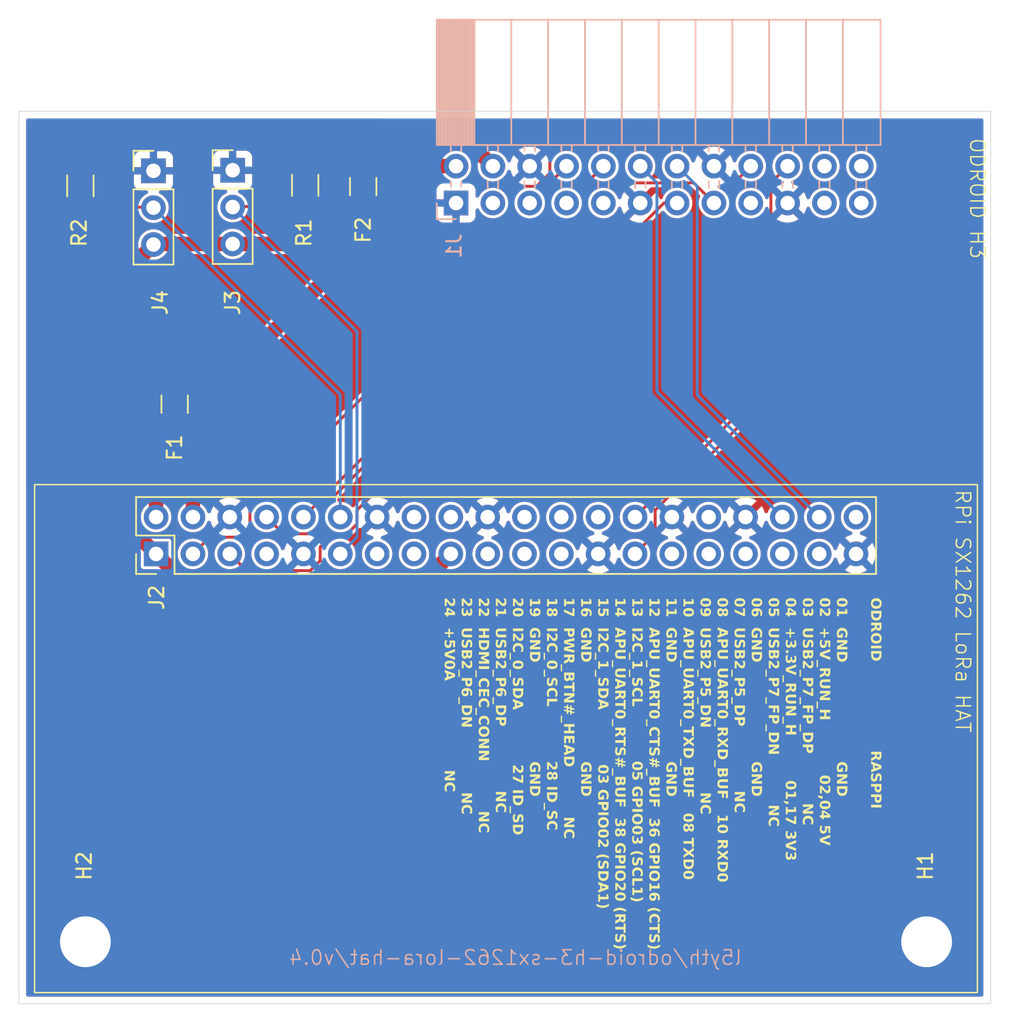
<source format=kicad_pcb>
(kicad_pcb (version 20241229) (generator "pcbnew") (generator_version "9.0")
  (title_block (title "odroid-h3-sx1268-lora-hat") (date "2025-09-30") (rev "v0.5") (company "l5yth"))
  (layers (0 "F.Cu" signal) (2 "B.Cu" signal) (13 "F.Paste" user) (15 "B.Paste" user) (5 "F.SilkS" user "F.Silkscreen") (7 "B.SilkS" user "B.Silkscreen") (1 "F.Mask" user) (3 "B.Mask" user) (25 "Edge.Cuts" user))
  (net 0 "")
  (net 1 "/GND")
  (net 5 "/3V_RUN_H")
  (net 6 "/I2C1_SDA")
  (net 7 "/UART0_RXD")
  (net 8 "/I2C0_SCL")
  (net 9 "/UART0_CTS")
  (net 10 "/5V_RUN_H")
  (net 12 "/I2C0_SDA")
  (net 18 "/UART0_TXD")
  (net 37 "/I2C1_SCL")
  (net 38 "/UART0_RTS")
  (net 39 "/GPIO_M0")
  (net 40 "/GPIO_M1")
  (footprint "MountingHole:MountingHole_3.5mm_Pad" (layer "F.Cu") (at 236.846 148.041593 180)
    (property "Reference" "H1" (at 0.085 5.225 90) (layer "F.SilkS"))
    (property "Value" "MOUNT_SX1268")
    (pad "1" thru_hole circle (at 0 0 180) (size 7 7) (drill 3.5) (layers "*.Cu" "*.Mask") (net 1 "/GND"))
  )
  (footprint "Connector_PinHeader_2.54mm:PinHeader_1x03_P2.54mm_Vertical" (layer "F.Cu") (at 183.54 94.92)
    (property "Reference" "J4" (at 0.46 9.08 90) (layer "F.SilkS"))
    (property "Value" "Mode1")
    (fp_line (start -1.38 -1.38) (end 0 -1.38) (stroke (width 0.12)) (layer "F.SilkS"))
    (fp_line (start -1.38 0) (end -1.38 -1.38) (stroke (width 0.12)) (layer "F.SilkS"))
    (fp_line (start -1.38 1.27) (end -1.38 6.46) (stroke (width 0.12)) (layer "F.SilkS"))
    (fp_line (start -1.38 1.27) (end 1.38 1.27) (stroke (width 0.12)) (layer "F.SilkS"))
    (fp_line (start -1.38 6.46) (end 1.38 6.46) (stroke (width 0.12)) (layer "F.SilkS"))
    (fp_line (start 1.38 1.27) (end 1.38 6.46) (stroke (width 0.12)) (layer "F.SilkS"))
    (pad "1" thru_hole rect (at 0 0) (size 1.7 1.7) (drill 1) (layers "*.Cu" "*.Mask") (net 1 "/GND"))
    (pad "2" thru_hole circle (at 0 2.54) (size 1.7 1.7) (drill 1) (layers "*.Cu" "*.Mask") (net 40 "/GPIO_M1"))
    (pad "3" thru_hole circle (at 0 5.08) (size 1.7 1.7) (drill 1) (layers "*.Cu" "*.Mask") (net 5 "/3V_RUN_H"))
  )
  (footprint "Resistor_SMD:R_1206_3216Metric" (layer "F.Cu") (at 194 95.92 90)
    (property "Reference" "R1" (at -3.275 -0.085 90) (layer "F.SilkS"))
    (property "Value" "51K")
    (fp_line (start -0.727064 -0.91) (end 0.727064 -0.91) (stroke (width 0.12)) (layer "F.SilkS"))
    (fp_line (start -0.727064 0.91) (end 0.727064 0.91) (stroke (width 0.12)) (layer "F.SilkS"))
    (pad "1" smd roundrect (at -1.4625 0 90) (size 1.125 1.75) (layers "F.Cu" "F.Mask" "F.Paste") (roundrect_rratio 0.222222) (net 39 "/GPIO_M0"))
    (pad "2" smd roundrect (at 1.4625 0 90) (size 1.125 1.75) (layers "F.Cu" "F.Mask" "F.Paste") (roundrect_rratio 0.222222) (net 1 "/GND"))
  )
  (footprint "Connector_PinHeader_2.54mm:PinHeader_2x20_P2.54mm_Vertical" (layer "F.Cu") (at 183.721 121.316593 90)
    (property "Reference" "J2" (at -3 0.04 90) (layer "F.SilkS"))
    (property "Value" "RASPPI_2x20_HEADER")
    (fp_line (start 3.92 -1.38) (end 3.92 49.64) (stroke (width 0.12)) (layer "F.SilkS"))
    (fp_line (start 1.27 -1.38) (end 3.92 -1.38) (stroke (width 0.12)) (layer "F.SilkS"))
    (fp_line (start -1.38 -1.38) (end 0 -1.38) (stroke (width 0.12)) (layer "F.SilkS"))
    (fp_line (start -1.38 0) (end -1.38 -1.38) (stroke (width 0.12)) (layer "F.SilkS"))
    (fp_line (start 1.27 1.27) (end 1.27 -1.38) (stroke (width 0.12)) (layer "F.SilkS"))
    (fp_line (start -1.38 1.27) (end 1.27 1.27) (stroke (width 0.12)) (layer "F.SilkS"))
    (fp_line (start -1.38 1.27) (end -1.38 49.64) (stroke (width 0.12)) (layer "F.SilkS"))
    (fp_line (start -1.38 49.64) (end 3.92 49.64) (stroke (width 0.12)) (layer "F.SilkS"))
    (pad "1" thru_hole rect (at 0 0 90) (size 1.7 1.7) (drill 1) (layers "*.Cu" "*.Mask") (net 5 "/3V_RUN_H"))
    (pad "2" thru_hole circle (at 2.54 0 90) (size 1.7 1.7) (drill 1) (layers "*.Cu" "*.Mask") (net 10 "/5V_RUN_H"))
    (pad "3" thru_hole circle (at 0 2.54 90) (size 1.7 1.7) (drill 1) (layers "*.Cu" "*.Mask") (net 6 "/I2C1_SDA"))
    (pad "4" thru_hole circle (at 2.54 2.54 90) (size 1.7 1.7) (drill 1) (layers "*.Cu" "*.Mask") (net 10 "/5V_RUN_H"))
    (pad "5" thru_hole circle (at 0 5.08 90) (size 1.7 1.7) (drill 1) (layers "*.Cu" "*.Mask") (net 37 "/I2C1_SCL"))
    (pad "6" thru_hole circle (at 2.54 5.08 90) (size 1.7 1.7) (drill 1) (layers "*.Cu" "*.Mask") (net 1 "/GND"))
    (pad "7" thru_hole circle (at 0 7.62 90) (size 1.7 1.7) (drill 1) (layers "*.Cu" "*.Mask"))
    (pad "8" thru_hole circle (at 2.54 7.62 90) (size 1.7 1.7) (drill 1) (layers "*.Cu" "*.Mask") (net 18 "/UART0_TXD"))
    (pad "9" thru_hole circle (at 0 10.16 90) (size 1.7 1.7) (drill 1) (layers "*.Cu" "*.Mask") (net 1 "/GND"))
    (pad "10" thru_hole circle (at 2.54 10.16 90) (size 1.7 1.7) (drill 1) (layers "*.Cu" "*.Mask") (net 7 "/UART0_RXD"))
    (pad "11" thru_hole circle (at 0 12.7 90) (size 1.7 1.7) (drill 1) (layers "*.Cu" "*.Mask") (net 39 "/GPIO_M0"))
    (pad "12" thru_hole circle (at 2.54 12.7 90) (size 1.7 1.7) (drill 1) (layers "*.Cu" "*.Mask") (net 40 "/GPIO_M1"))
    (pad "13" thru_hole circle (at 0 15.24 90) (size 1.7 1.7) (drill 1) (layers "*.Cu" "*.Mask"))
    (pad "14" thru_hole circle (at 2.54 15.24 90) (size 1.7 1.7) (drill 1) (layers "*.Cu" "*.Mask") (net 1 "/GND"))
    (pad "15" thru_hole circle (at 0 17.78 90) (size 1.7 1.7) (drill 1) (layers "*.Cu" "*.Mask"))
    (pad "16" thru_hole circle (at 2.54 17.78 90) (size 1.7 1.7) (drill 1) (layers "*.Cu" "*.Mask"))
    (pad "17" thru_hole circle (at 0 20.32 90) (size 1.7 1.7) (drill 1) (layers "*.Cu" "*.Mask") (net 5 "/3V_RUN_H"))
    (pad "18" thru_hole circle (at 2.54 20.32 90) (size 1.7 1.7) (drill 1) (layers "*.Cu" "*.Mask"))
    (pad "19" thru_hole circle (at 0 22.86 90) (size 1.7 1.7) (drill 1) (layers "*.Cu" "*.Mask"))
    (pad "20" thru_hole circle (at 2.54 22.86 90) (size 1.7 1.7) (drill 1) (layers "*.Cu" "*.Mask") (net 1 "/GND"))
    (pad "21" thru_hole circle (at 0 25.4 90) (size 1.7 1.7) (drill 1) (layers "*.Cu" "*.Mask"))
    (pad "22" thru_hole circle (at 2.54 25.4 90) (size 1.7 1.7) (drill 1) (layers "*.Cu" "*.Mask"))
    (pad "23" thru_hole circle (at 0 27.94 90) (size 1.7 1.7) (drill 1) (layers "*.Cu" "*.Mask"))
    (pad "24" thru_hole circle (at 2.54 27.94 90) (size 1.7 1.7) (drill 1) (layers "*.Cu" "*.Mask"))
    (pad "25" thru_hole circle (at 0 30.48 90) (size 1.7 1.7) (drill 1) (layers "*.Cu" "*.Mask") (net 1 "/GND"))
    (pad "26" thru_hole circle (at 2.54 30.48 90) (size 1.7 1.7) (drill 1) (layers "*.Cu" "*.Mask"))
    (pad "27" thru_hole circle (at 0 33.02 90) (size 1.7 1.7) (drill 1) (layers "*.Cu" "*.Mask") (net 12 "/I2C0_SDA"))
    (pad "28" thru_hole circle (at 2.54 33.02 90) (size 1.7 1.7) (drill 1) (layers "*.Cu" "*.Mask") (net 8 "/I2C0_SCL"))
    (pad "29" thru_hole circle (at 0 35.56 90) (size 1.7 1.7) (drill 1) (layers "*.Cu" "*.Mask"))
    (pad "30" thru_hole circle (at 2.54 35.56 90) (size 1.7 1.7) (drill 1) (layers "*.Cu" "*.Mask") (net 1 "/GND"))
    (pad "31" thru_hole circle (at 0 38.1 90) (size 1.7 1.7) (drill 1) (layers "*.Cu" "*.Mask"))
    (pad "32" thru_hole circle (at 2.54 38.1 90) (size 1.7 1.7) (drill 1) (layers "*.Cu" "*.Mask"))
    (pad "33" thru_hole circle (at 0 40.64 90) (size 1.7 1.7) (drill 1) (layers "*.Cu" "*.Mask"))
    (pad "34" thru_hole circle (at 2.54 40.64 90) (size 1.7 1.7) (drill 1) (layers "*.Cu" "*.Mask") (net 1 "/GND"))
    (pad "35" thru_hole circle (at 0 43.18 90) (size 1.7 1.7) (drill 1) (layers "*.Cu" "*.Mask"))
    (pad "36" thru_hole circle (at 2.54 43.18 90) (size 1.7 1.7) (drill 1) (layers "*.Cu" "*.Mask") (net 9 "/UART0_CTS"))
    (pad "37" thru_hole circle (at 0 45.72 90) (size 1.7 1.7) (drill 1) (layers "*.Cu" "*.Mask"))
    (pad "38" thru_hole circle (at 2.54 45.72 90) (size 1.7 1.7) (drill 1) (layers "*.Cu" "*.Mask") (net 38 "/UART0_RTS"))
    (pad "39" thru_hole circle (at 0 48.26 90) (size 1.7 1.7) (drill 1) (layers "*.Cu" "*.Mask") (net 1 "/GND"))
    (pad "40" thru_hole circle (at 2.54 48.26 90) (size 1.7 1.7) (drill 1) (layers "*.Cu" "*.Mask"))
  )
  (footprint "Fuse:Fuse_1206_3216Metric" (layer "F.Cu") (at 185 111 90)
    (property "Reference" "F1" (at -3 0 90) (layer "F.SilkS"))
    (property "Value" "Fuse_2A")
    (fp_line (start -0.602064 -0.91) (end 0.602064 -0.91) (stroke (width 0.12)) (layer "F.SilkS"))
    (fp_line (start -0.602064 0.91) (end 0.602064 0.91) (stroke (width 0.12)) (layer "F.SilkS"))
    (pad "1" smd roundrect (at -1.4 0 90) (size 1.25 1.75) (layers "F.Cu" "F.Mask" "F.Paste") (roundrect_rratio 0.2) (net 10 "/5V_RUN_H"))
    (pad "2" smd roundrect (at 1.4 0 90) (size 1.25 1.75) (layers "F.Cu" "F.Mask" "F.Paste") (roundrect_rratio 0.2) (net 10 "/5V_RUN_H"))
  )
  (footprint "Connector_PinHeader_2.54mm:PinHeader_1x03_P2.54mm_Vertical" (layer "F.Cu") (at 189 94.88)
    (property "Reference" "J3" (at 0 9.12 90) (layer "F.SilkS"))
    (property "Value" "Mode0")
    (fp_line (start -1.38 -1.38) (end 0 -1.38) (stroke (width 0.12)) (layer "F.SilkS"))
    (fp_line (start -1.38 0) (end -1.38 -1.38) (stroke (width 0.12)) (layer "F.SilkS"))
    (fp_line (start -1.38 1.27) (end -1.38 6.46) (stroke (width 0.12)) (layer "F.SilkS"))
    (fp_line (start -1.38 1.27) (end 1.38 1.27) (stroke (width 0.12)) (layer "F.SilkS"))
    (fp_line (start -1.38 6.46) (end 1.38 6.46) (stroke (width 0.12)) (layer "F.SilkS"))
    (fp_line (start 1.38 1.27) (end 1.38 6.46) (stroke (width 0.12)) (layer "F.SilkS"))
    (pad "1" thru_hole rect (at 0 0) (size 1.7 1.7) (drill 1) (layers "*.Cu" "*.Mask") (net 1 "/GND"))
    (pad "2" thru_hole circle (at 0 2.54) (size 1.7 1.7) (drill 1) (layers "*.Cu" "*.Mask") (net 39 "/GPIO_M0"))
    (pad "3" thru_hole circle (at 0 5.08) (size 1.7 1.7) (drill 1) (layers "*.Cu" "*.Mask") (net 5 "/3V_RUN_H"))
  )
  (footprint "Resistor_SMD:R_1206_3216Metric" (layer "F.Cu") (at 178.5 95.9575 90)
    (property "Reference" "R2" (at -3.2375 -0.085 90) (layer "F.SilkS"))
    (property "Value" "51K")
    (fp_line (start -0.727064 -0.91) (end 0.727064 -0.91) (stroke (width 0.12)) (layer "F.SilkS"))
    (fp_line (start -0.727064 0.91) (end 0.727064 0.91) (stroke (width 0.12)) (layer "F.SilkS"))
    (pad "1" smd roundrect (at -1.4625 0 90) (size 1.125 1.75) (layers "F.Cu" "F.Mask" "F.Paste") (roundrect_rratio 0.222222) (net 40 "/GPIO_M1"))
    (pad "2" smd roundrect (at 1.4625 0 90) (size 1.125 1.75) (layers "F.Cu" "F.Mask" "F.Paste") (roundrect_rratio 0.222222) (net 1 "/GND"))
  )
  (footprint "MountingHole:MountingHole_3.5mm_Pad" (layer "F.Cu") (at 178.846 148.041593 180)
    (property "Reference" "H2" (at 0.085 5.225 90) (layer "F.SilkS"))
    (property "Value" "MOUNT_SX1268")
    (pad "1" thru_hole circle (at 0 0 180) (size 7 7) (drill 3.5) (layers "*.Cu" "*.Mask") (net 1 "/GND"))
  )
  (footprint "Fuse:Fuse_1206_3216Metric" (layer "F.Cu") (at 198 96 90)
    (property "Reference" "F2" (at -3 0 90) (layer "F.SilkS"))
    (property "Value" "Fuse_2A")
    (fp_line (start -0.602064 -0.91) (end 0.602064 -0.91) (stroke (width 0.12)) (layer "F.SilkS"))
    (fp_line (start -0.602064 0.91) (end 0.602064 0.91) (stroke (width 0.12)) (layer "F.SilkS"))
    (pad "1" smd roundrect (at -1.4 0 90) (size 1.25 1.75) (layers "F.Cu" "F.Mask" "F.Paste") (roundrect_rratio 0.2) (net 5 "/3V_RUN_H"))
    (pad "2" smd roundrect (at 1.4 0 90) (size 1.25 1.75) (layers "F.Cu" "F.Mask" "F.Paste") (roundrect_rratio 0.2) (net 5 "/3V_RUN_H"))
  )
  (footprint "Connector_PinSocket_2.54mm:PinSocket_2x12_P2.54mm_Horizontal" (layer "B.Cu") (at 204.401 97.139 -90)
    (property "Reference" "J1" (at 2.96 0.14 90) (layer "B.SilkS") (effects (justify mirror)))
    (property "Value" "ODROID_2x12_SOCKET")
    (fp_line (start -12.63 1.33) (end -4 1.33) (stroke (width 0.12)) (layer "B.SilkS"))
    (fp_line (start -12.63 1.33) (end -12.63 -29.27) (stroke (width 0.12)) (layer "B.SilkS"))
    (fp_line (start -4 1.33) (end -4 -29.27) (stroke (width 0.12)) (layer "B.SilkS"))
    (fp_line (start 0 1.33) (end 1.11 1.33) (stroke (width 0.12)) (layer "B.SilkS"))
    (fp_line (start 1.11 1.33) (end 1.11 0) (stroke (width 0.12)) (layer "B.SilkS"))
    (fp_line (start -12.63 1.21) (end -4 1.21) (stroke (width 0.12)) (layer "B.SilkS"))
    (fp_line (start -12.63 1.091905) (end -4 1.091905) (stroke (width 0.12)) (layer "B.SilkS"))
    (fp_line (start -12.63 0.97381) (end -4 0.97381) (stroke (width 0.12)) (layer "B.SilkS"))
    (fp_line (start -12.63 0.855715) (end -4 0.855715) (stroke (width 0.12)) (layer "B.SilkS"))
    (fp_line (start -12.63 0.73762) (end -4 0.73762) (stroke (width 0.12)) (layer "B.SilkS"))
    (fp_line (start -12.63 0.619525) (end -4 0.619525) (stroke (width 0.12)) (layer "B.SilkS"))
    (fp_line (start -12.63 0.50143) (end -4 0.50143) (stroke (width 0.12)) (layer "B.SilkS"))
    (fp_line (start -12.63 0.383335) (end -4 0.383335) (stroke (width 0.12)) (layer "B.SilkS"))
    (fp_line (start -4 0.36) (end -3.59 0.36) (stroke (width 0.12)) (layer "B.SilkS"))
    (fp_line (start -1.49 0.36) (end -1.11 0.36) (stroke (width 0.12)) (layer "B.SilkS"))
    (fp_line (start -12.63 0.26524) (end -4 0.26524) (stroke (width 0.12)) (layer "B.SilkS"))
    (fp_line (start -12.63 0.147145) (end -4 0.147145) (stroke (width 0.12)) (layer "B.SilkS"))
    (fp_line (start -12.63 0.02905) (end -4 0.02905) (stroke (width 0.12)) (layer "B.SilkS"))
    (fp_line (start -12.63 -0.089045) (end -4 -0.089045) (stroke (width 0.12)) (layer "B.SilkS"))
    (fp_line (start -12.63 -0.20714) (end -4 -0.20714) (stroke (width 0.12)) (layer "B.SilkS"))
    (fp_line (start -12.63 -0.325235) (end -4 -0.325235) (stroke (width 0.12)) (layer "B.SilkS"))
    (fp_line (start -4 -0.36) (end -3.59 -0.36) (stroke (width 0.12)) (layer "B.SilkS"))
    (fp_line (start -1.49 -0.36) (end -1.11 -0.36) (stroke (width 0.12)) (layer "B.SilkS"))
    (fp_line (start -12.63 -0.44333) (end -4 -0.44333) (stroke (width 0.12)) (layer "B.SilkS"))
    (fp_line (start -12.63 -0.561425) (end -4 -0.561425) (stroke (width 0.12)) (layer "B.SilkS"))
    (fp_line (start -12.63 -0.67952) (end -4 -0.67952) (stroke (width 0.12)) (layer "B.SilkS"))
    (fp_line (start -12.63 -0.797615) (end -4 -0.797615) (stroke (width 0.12)) (layer "B.SilkS"))
    (fp_line (start -12.63 -0.91571) (end -4 -0.91571) (stroke (width 0.12)) (layer "B.SilkS"))
    (fp_line (start -12.63 -1.033805) (end -4 -1.033805) (stroke (width 0.12)) (layer "B.SilkS"))
    (fp_line (start -12.63 -1.1519) (end -4 -1.1519) (stroke (width 0.12)) (layer "B.SilkS"))
    (fp_line (start -12.63 -1.27) (end -4 -1.27) (stroke (width 0.12)) (layer "B.SilkS"))
    (fp_line (start -4 -2.18) (end -3.59 -2.18) (stroke (width 0.12)) (layer "B.SilkS"))
    (fp_line (start -1.49 -2.18) (end -1.05 -2.18) (stroke (width 0.12)) (layer "B.SilkS"))
    (fp_line (start -4 -2.9) (end -3.59 -2.9) (stroke (width 0.12)) (layer "B.SilkS"))
    (fp_line (start -1.49 -2.9) (end -1.05 -2.9) (stroke (width 0.12)) (layer "B.SilkS"))
    (fp_line (start -12.63 -3.81) (end -4 -3.81) (stroke (width 0.12)) (layer "B.SilkS"))
    (fp_line (start -4 -4.72) (end -3.59 -4.72) (stroke (width 0.12)) (layer "B.SilkS"))
    (fp_line (start -1.49 -4.72) (end -1.05 -4.72) (stroke (width 0.12)) (layer "B.SilkS"))
    (fp_line (start -4 -5.44) (end -3.59 -5.44) (stroke (width 0.12)) (layer "B.SilkS"))
    (fp_line (start -1.49 -5.44) (end -1.05 -5.44) (stroke (width 0.12)) (layer "B.SilkS"))
    (fp_line (start -12.63 -6.35) (end -4 -6.35) (stroke (width 0.12)) (layer "B.SilkS"))
    (fp_line (start -4 -7.26) (end -3.59 -7.26) (stroke (width 0.12)) (layer "B.SilkS"))
    (fp_line (start -1.49 -7.26) (end -1.05 -7.26) (stroke (width 0.12)) (layer "B.SilkS"))
    (fp_line (start -4 -7.98) (end -3.59 -7.98) (stroke (width 0.12)) (layer "B.SilkS"))
    (fp_line (start -1.49 -7.98) (end -1.05 -7.98) (stroke (width 0.12)) (layer "B.SilkS"))
    (fp_line (start -12.63 -8.89) (end -4 -8.89) (stroke (width 0.12)) (layer "B.SilkS"))
    (fp_line (start -4 -9.8) (end -3.59 -9.8) (stroke (width 0.12)) (layer "B.SilkS"))
    (fp_line (start -1.49 -9.8) (end -1.05 -9.8) (stroke (width 0.12)) (layer "B.SilkS"))
    (fp_line (start -4 -10.52) (end -3.59 -10.52) (stroke (width 0.12)) (layer "B.SilkS"))
    (fp_line (start -1.49 -10.52) (end -1.05 -10.52) (stroke (width 0.12)) (layer "B.SilkS"))
    (fp_line (start -12.63 -11.43) (end -4 -11.43) (stroke (width 0.12)) (layer "B.SilkS"))
    (fp_line (start -4 -12.34) (end -3.59 -12.34) (stroke (width 0.12)) (layer "B.SilkS"))
    (fp_line (start -1.49 -12.34) (end -1.05 -12.34) (stroke (width 0.12)) (layer "B.SilkS"))
    (fp_line (start -4 -13.06) (end -3.59 -13.06) (stroke (width 0.12)) (layer "B.SilkS"))
    (fp_line (start -1.49 -13.06) (end -1.05 -13.06) (stroke (width 0.12)) (layer "B.SilkS"))
    (fp_line (start -12.63 -13.97) (end -4 -13.97) (stroke (width 0.12)) (layer "B.SilkS"))
    (fp_line (start -4 -14.88) (end -3.59 -14.88) (stroke (width 0.12)) (layer "B.SilkS"))
    (fp_line (start -1.49 -14.88) (end -1.05 -14.88) (stroke (width 0.12)) (layer "B.SilkS"))
    (fp_line (start -4 -15.6) (end -3.59 -15.6) (stroke (width 0.12)) (layer "B.SilkS"))
    (fp_line (start -1.49 -15.6) (end -1.05 -15.6) (stroke (width 0.12)) (layer "B.SilkS"))
    (fp_line (start -12.63 -16.51) (end -4 -16.51) (stroke (width 0.12)) (layer "B.SilkS"))
    (fp_line (start -4 -17.42) (end -3.59 -17.42) (stroke (width 0.12)) (layer "B.SilkS"))
    (fp_line (start -1.49 -17.42) (end -1.05 -17.42) (stroke (width 0.12)) (layer "B.SilkS"))
    (fp_line (start -4 -18.14) (end -3.59 -18.14) (stroke (width 0.12)) (layer "B.SilkS"))
    (fp_line (start -1.49 -18.14) (end -1.05 -18.14) (stroke (width 0.12)) (layer "B.SilkS"))
    (fp_line (start -12.63 -19.05) (end -4 -19.05) (stroke (width 0.12)) (layer "B.SilkS"))
    (fp_line (start -4 -19.96) (end -3.59 -19.96) (stroke (width 0.12)) (layer "B.SilkS"))
    (fp_line (start -1.49 -19.96) (end -1.05 -19.96) (stroke (width 0.12)) (layer "B.SilkS"))
    (fp_line (start -4 -20.68) (end -3.59 -20.68) (stroke (width 0.12)) (layer "B.SilkS"))
    (fp_line (start -1.49 -20.68) (end -1.05 -20.68) (stroke (width 0.12)) (layer "B.SilkS"))
    (fp_line (start -12.63 -21.59) (end -4 -21.59) (stroke (width 0.12)) (layer "B.SilkS"))
    (fp_line (start -4 -22.5) (end -3.59 -22.5) (stroke (width 0.12)) (layer "B.SilkS"))
    (fp_line (start -1.49 -22.5) (end -1.05 -22.5) (stroke (width 0.12)) (layer "B.SilkS"))
    (fp_line (start -4 -23.22) (end -3.59 -23.22) (stroke (width 0.12)) (layer "B.SilkS"))
    (fp_line (start -1.49 -23.22) (end -1.05 -23.22) (stroke (width 0.12)) (layer "B.SilkS"))
    (fp_line (start -12.63 -24.13) (end -4 -24.13) (stroke (width 0.12)) (layer "B.SilkS"))
    (fp_line (start -4 -25.04) (end -3.59 -25.04) (stroke (width 0.12)) (layer "B.SilkS"))
    (fp_line (start -1.49 -25.04) (end -1.05 -25.04) (stroke (width 0.12)) (layer "B.SilkS"))
    (fp_line (start -4 -25.76) (end -3.59 -25.76) (stroke (width 0.12)) (layer "B.SilkS"))
    (fp_line (start -1.49 -25.76) (end -1.05 -25.76) (stroke (width 0.12)) (layer "B.SilkS"))
    (fp_line (start -12.63 -26.67) (end -4 -26.67) (stroke (width 0.12)) (layer "B.SilkS"))
    (fp_line (start -4 -27.58) (end -3.59 -27.58) (stroke (width 0.12)) (layer "B.SilkS"))
    (fp_line (start -1.49 -27.58) (end -1.05 -27.58) (stroke (width 0.12)) (layer "B.SilkS"))
    (fp_line (start -4 -28.3) (end -3.59 -28.3) (stroke (width 0.12)) (layer "B.SilkS"))
    (fp_line (start -1.49 -28.3) (end -1.05 -28.3) (stroke (width 0.12)) (layer "B.SilkS"))
    (fp_line (start -12.63 -29.27) (end -4 -29.27) (stroke (width 0.12)) (layer "B.SilkS"))
    (pad "1" thru_hole rect (at 0 0 270) (size 1.7 1.7) (drill 1) (layers "*.Cu" "*.Mask") (net 1 "/GND"))
    (pad "2" thru_hole circle (at -2.54 0 270) (size 1.7 1.7) (drill 1) (layers "*.Cu" "*.Mask") (net 10 "/5V_RUN_H"))
    (pad "3" thru_hole circle (at 0 -2.54 270) (size 1.7 1.7) (drill 1) (layers "*.Cu" "*.Mask"))
    (pad "4" thru_hole circle (at -2.54 -2.54 270) (size 1.7 1.7) (drill 1) (layers "*.Cu" "*.Mask") (net 5 "/3V_RUN_H"))
    (pad "5" thru_hole circle (at 0 -5.08 270) (size 1.7 1.7) (drill 1) (layers "*.Cu" "*.Mask"))
    (pad "6" thru_hole circle (at -2.54 -5.08 270) (size 1.7 1.7) (drill 1) (layers "*.Cu" "*.Mask") (net 1 "/GND"))
    (pad "7" thru_hole circle (at 0 -7.62 270) (size 1.7 1.7) (drill 1) (layers "*.Cu" "*.Mask"))
    (pad "8" thru_hole circle (at -2.54 -7.62 270) (size 1.7 1.7) (drill 1) (layers "*.Cu" "*.Mask") (net 7 "/UART0_RXD"))
    (pad "9" thru_hole circle (at 0 -10.16 270) (size 1.7 1.7) (drill 1) (layers "*.Cu" "*.Mask"))
    (pad "10" thru_hole circle (at -2.54 -10.16 270) (size 1.7 1.7) (drill 1) (layers "*.Cu" "*.Mask") (net 18 "/UART0_TXD"))
    (pad "11" thru_hole circle (at 0 -12.7 270) (size 1.7 1.7) (drill 1) (layers "*.Cu" "*.Mask") (net 1 "/GND"))
    (pad "12" thru_hole circle (at -2.54 -12.7 270) (size 1.7 1.7) (drill 1) (layers "*.Cu" "*.Mask") (net 9 "/UART0_CTS"))
    (pad "13" thru_hole circle (at 0 -15.24 270) (size 1.7 1.7) (drill 1) (layers "*.Cu" "*.Mask") (net 37 "/I2C1_SCL"))
    (pad "14" thru_hole circle (at -2.54 -15.24 270) (size 1.7 1.7) (drill 1) (layers "*.Cu" "*.Mask") (net 38 "/UART0_RTS"))
    (pad "15" thru_hole circle (at 0 -17.78 270) (size 1.7 1.7) (drill 1) (layers "*.Cu" "*.Mask") (net 6 "/I2C1_SDA"))
    (pad "16" thru_hole circle (at -2.54 -17.78 270) (size 1.7 1.7) (drill 1) (layers "*.Cu" "*.Mask") (net 1 "/GND"))
    (pad "17" thru_hole circle (at 0 -20.32 270) (size 1.7 1.7) (drill 1) (layers "*.Cu" "*.Mask"))
    (pad "18" thru_hole circle (at -2.54 -20.32 270) (size 1.7 1.7) (drill 1) (layers "*.Cu" "*.Mask") (net 8 "/I2C0_SCL"))
    (pad "19" thru_hole circle (at 0 -22.86 270) (size 1.7 1.7) (drill 1) (layers "*.Cu" "*.Mask") (net 1 "/GND"))
    (pad "20" thru_hole circle (at -2.54 -22.86 270) (size 1.7 1.7) (drill 1) (layers "*.Cu" "*.Mask") (net 12 "/I2C0_SDA"))
    (pad "21" thru_hole circle (at 0 -25.4 270) (size 1.7 1.7) (drill 1) (layers "*.Cu" "*.Mask"))
    (pad "22" thru_hole circle (at -2.54 -25.4 270) (size 1.7 1.7) (drill 1) (layers "*.Cu" "*.Mask"))
    (pad "23" thru_hole circle (at 0 -27.94 270) (size 1.7 1.7) (drill 1) (layers "*.Cu" "*.Mask"))
    (pad "24" thru_hole circle (at -2.54 -27.94 270) (size 1.7 1.7) (drill 1) (layers "*.Cu" "*.Mask"))
  )
  (gr_rect (start 175.346 116.541593) (end 240.346 151.541593) (stroke (width 0.1)) (fill no) (layer "F.SilkS"))
  (gr_rect (start 174.261 90.816593) (end 241.261 152.316593) (stroke (width 0.05)) (fill no) (layer "Edge.Cuts"))
  (gr_text "ODROID H3" (at 239.761 92.599 270) (layer "F.SilkS") (effects (font (size 1 1) (thickness 0.1)) (justify left bottom)))
  (gr_text "RPi SX1262 LoRa HAT" (at 238.761 116.816593 270) (layer "F.SilkS") (effects (font (size 1 1) (thickness 0.1)) (justify left bottom)))
  (gr_text "ODROID                  RASPPI\n\n01  GND                    GND\n02  +5V_RUN_H           02,04 5V      \n03  USB2_P7_FP_DP          NC          \n04  +3.3V_RUN_H         01,17 3V3        \n05  USB2_P7_FP_DN          NC          \n06  GND                    GND\n07  USB2_P5_DP             NC       \n08  APU_UART0_RXD_BUF   10 RXD0                 \n09  USB2_P5_DN             NC       \n10  APU_UART0_TXD_BUF   08 TXD0              \n11  GND                    GND\n12  APU_UART0_CTS#_BUF  36 GPIO16 (CTS)               \n13  I2C_1_SCL           05 GPIO03 (SCL1)      \n14  APU_UART0_RTS#_BUF  38 GPIO20 (RTS)               \n15  I2C_1_SDA           03 GPIO02 (SDA1)      \n16  GND                    GND\n17  PWR_BTN#_HEAD          NC\n18  I2C_0_SCL           28 ID_SC      \n19  GND                    GND\n20  I2C_0_SDA           27 ID_SD      \n21  USB2_P6_DP             NC       \n22  HDMI_CEC_CONN          NC\n23  USB2_P6_DN             NC       \n24  +5V0A                  NC  " (at 203.5 124.316593 270) (layer "F.SilkS") (effects (font (size 0.7 0.7) (thickness 0.1) (bold yes)) (justify left bottom)))
  (gr_text "l5yth/odroid-h3-sx1262-lora-hat/v0.4" (at 208.5 149.717593 0) (layer "B.SilkS") (effects (font (size 1 1) (thickness 0.1) (bold yes)) (justify bottom mirror)))
  (segment (start 183.58 99.96) (end 183.54 100) (width 1) (layer "F.Cu") (net 5))
  (segment (start 198 94) (end 198 94.6) (width 1) (layer "F.Cu") (net 5))
  (segment (start 180 103.54) (end 180 117.595593) (width 1) (layer "F.Cu") (net 5))
  (segment (start 195.44 99.96) (end 189 99.96) (width 1) (layer "F.Cu") (net 5))
  (segment (start 204.342 92) (end 200 92) (width 1) (layer "F.Cu") (net 5))
  (segment (start 200 92) (end 198 94) (width 1) (layer "F.Cu") (net 5))
  (segment (start 200.357593 125) (end 204.041 121.316593) (width 1) (layer "F.Cu") (net 5))
  (segment (start 180 117.595593) (end 183.721 121.316593) (width 1) (layer "F.Cu") (net 5))
  (segment (start 183.721 121.316593) (end 187.404407 125) (width 1) (layer "F.Cu") (net 5))
  (segment (start 183.54 100) (end 180 103.54) (width 1) (layer "F.Cu") (net 5))
  (segment (start 206.941 94.599) (end 204.342 92) (width 1) (layer "F.Cu") (net 5))
  (segment (start 187.404407 125) (end 200.357593 125) (width 1) (layer "F.Cu") (net 5))
  (segment (start 189 99.96) (end 183.58 99.96) (width 1) (layer "F.Cu") (net 5))
  (segment (start 198 97.4) (end 195.44 99.96) (width 1) (layer "F.Cu") (net 5))
  (segment (start 190.19 119.81) (end 189.834407 120.165593) (width 0.2) (layer "F.Cu") (net 6))
  (segment (start 208.33 96.66224) (end 208.33 100.159833) (width 0.2) (layer "F.Cu") (net 6))
  (segment (start 210.87 95.07576) (end 209.95776 95.988) (width 0.2) (layer "F.Cu") (net 6))
  (segment (start 216.38624 95.75) (end 215.712 95.07576) (width 0.2) (layer "F.Cu") (net 6))
  (segment (start 209.95776 95.988) (end 209.00424 95.988) (width 0.2) (layer "F.Cu") (net 6))
  (segment (start 190.19 118.299833) (end 190.19 119.81) (width 0.2) (layer "F.Cu") (net 6))
  (segment (start 215.712 95.07576) (end 215.712 94.12224) (width 0.2) (layer "F.Cu") (net 6))
  (segment (start 215.712 94.12224) (end 215.03776 93.448) (width 0.2) (layer "F.Cu") (net 6))
  (segment (start 208.33 100.159833) (end 190.19 118.299833) (width 0.2) (layer "F.Cu") (net 6))
  (segment (start 215.03776 93.448) (end 211.54424 93.448) (width 0.2) (layer "F.Cu") (net 6))
  (segment (start 209.00424 95.988) (end 208.33 96.66224) (width 0.2) (layer "F.Cu") (net 6))
  (segment (start 210.87 94.12224) (end 210.87 95.07576) (width 0.2) (layer "F.Cu") (net 6))
  (segment (start 189.834407 120.165593) (end 187.412 120.165593) (width 0.2) (layer "F.Cu") (net 6))
  (segment (start 222.181 97.139) (end 220.792 95.75) (width 0.2) (layer "F.Cu") (net 6))
  (segment (start 187.412 120.165593) (end 186.261 121.316593) (width 0.2) (layer "F.Cu") (net 6))
  (segment (start 220.792 95.75) (end 216.38624 95.75) (width 0.2) (layer "F.Cu") (net 6))
  (segment (start 211.54424 93.448) (end 210.87 94.12224) (width 0.2) (layer "F.Cu") (net 6))
  (segment (start 210.632 95.988) (end 210.632 102.025593) (width 0.2) (layer "F.Cu") (net 7))
  (segment (start 212.021 94.599) (end 210.632 95.988) (width 0.2) (layer "F.Cu") (net 7))
  (segment (start 210.632 102.025593) (end 193.881 118.776593) (width 0.2) (layer "F.Cu") (net 7))
  (segment (start 223.57 95.75) (end 223.57 111.947593) (width 0.2) (layer "F.Cu") (net 8))
  (segment (start 223.57 111.947593) (end 216.741 118.776593) (width 0.2) (layer "F.Cu") (net 8))
  (segment (start 224.721 94.599) (end 223.57 95.75) (width 0.2) (layer "F.Cu") (net 8))
  (segment (start 217.101 94.599) (end 218.252 95.75) (width 0.2) (layer "B.Cu") (net 9))
  (segment (start 218.252 110.127593) (end 226.901 118.776593) (width 0.2) (layer "B.Cu") (net 9))
  (segment (start 218.252 95.75) (end 218.252 110.127593) (width 0.2) (layer "B.Cu") (net 9))
  (segment (start 204.401 94.599) (end 203.198919 94.599) (width 1) (layer "F.Cu") (net 10))
  (segment (start 203.198919 94.599) (end 188.197919 109.6) (width 1) (layer "F.Cu") (net 10))
  (segment (start 183.721 113.679) (end 185 112.4) (width 1) (layer "F.Cu") (net 10))
  (segment (start 183.721 118.776593) (end 183.721 113.679) (width 1) (layer "F.Cu") (net 10))
  (segment (start 188.197919 109.6) (end 185 109.6) (width 1) (layer "F.Cu") (net 10))
  (segment (start 186.261 118.776593) (end 186.261 113.661) (width 1) (layer "F.Cu") (net 10))
  (segment (start 186.261 113.661) (end 185 112.4) (width 1) (layer "F.Cu") (net 10))
  (segment (start 218.13 119.927593) (end 216.741 121.316593) (width 0.2) (layer "F.Cu") (net 12))
  (segment (start 226.11 110.319833) (end 218.13 118.299833) (width 0.2) (layer "F.Cu") (net 12))
  (segment (start 218.13 118.299833) (end 218.13 119.927593) (width 0.2) (layer "F.Cu") (net 12))
  (segment (start 227.261 94.599) (end 226.11 95.75) (width 0.2) (layer "F.Cu") (net 12))
  (segment (start 226.11 95.75) (end 226.11 110.319833) (width 0.2) (layer "F.Cu") (net 12))
  (segment (start 192.492 119.927593) (end 191.341 118.776593) (width 0.2) (layer "F.Cu") (net 18))
  (segment (start 194.35776 119.927593) (end 192.492 119.927593) (width 0.2) (layer "F.Cu") (net 18))
  (segment (start 195.032 119.253353) (end 194.35776 119.927593) (width 0.2) (layer "F.Cu") (net 18))
  (segment (start 213.41 99.921833) (end 195.032 118.299833) (width 0.2) (layer "F.Cu") (net 18))
  (segment (start 195.032 118.299833) (end 195.032 119.253353) (width 0.2) (layer "F.Cu") (net 18))
  (segment (start 213.41 95.75) (end 213.41 99.921833) (width 0.2) (layer "F.Cu") (net 18))
  (segment (start 214.561 94.599) (end 213.41 95.75) (width 0.2) (layer "F.Cu") (net 18))
  (segment (start 195.94424 119.927593) (end 195.032 120.839833) (width 0.2) (layer "F.Cu") (net 37))
  (segment (start 195.032 120.839833) (end 195.032 121.793353) (width 0.2) (layer "F.Cu") (net 37))
  (segment (start 195.032 121.793353) (end 194.35776 122.467593) (width 0.2) (layer "F.Cu") (net 37))
  (segment (start 196.89776 119.927593) (end 195.94424 119.927593) (width 0.2) (layer "F.Cu") (net 37))
  (segment (start 194.35776 122.467593) (end 189.952 122.467593) (width 0.2) (layer "F.Cu") (net 37))
  (segment (start 189.952 122.467593) (end 188.801 121.316593) (width 0.2) (layer "F.Cu") (net 37))
  (segment (start 218.732833 97.139) (end 197.572 118.299833) (width 0.2) (layer "F.Cu") (net 37))
  (segment (start 197.572 118.299833) (end 197.572 119.253353) (width 0.2) (layer "F.Cu") (net 37))
  (segment (start 197.572 119.253353) (end 196.89776 119.927593) (width 0.2) (layer "F.Cu") (net 37))
  (segment (start 219.641 97.139) (end 218.732833 97.139) (width 0.2) (layer "F.Cu") (net 37))
  (segment (start 221.03 110.365593) (end 229.441 118.776593) (width 0.2) (layer "B.Cu") (net 38))
  (segment (start 219.641 94.599) (end 221.03 95.988) (width 0.2) (layer "B.Cu") (net 38))
  (segment (start 221.03 95.988) (end 221.03 110.365593) (width 0.2) (layer "B.Cu") (net 38))
  (segment (start 189.0375 97.3825) (end 189 97.42) (width 0.2) (layer "F.Cu") (net 39))
  (segment (start 194 97.3825) (end 189.0375 97.3825) (width 0.2) (layer "F.Cu") (net 39))
  (segment (start 189 97.42) (end 197.572 105.992) (width 0.2) (layer "B.Cu") (net 39))
  (segment (start 197.572 120.165593) (end 196.421 121.316593) (width 0.2) (layer "B.Cu") (net 39))
  (segment (start 197.572 105.992) (end 197.572 120.165593) (width 0.2) (layer "B.Cu") (net 39))
  (segment (start 178.5 97.42) (end 183.5 97.42) (width 0.2) (layer "F.Cu") (net 40))
  (segment (start 183.5 97.42) (end 183.54 97.46) (width 0.2) (layer "F.Cu") (net 40))
  (segment (start 183.54 97.46) (end 196.421 110.341) (width 0.2) (layer "B.Cu") (net 40))
  (segment (start 196.421 110.341) (end 196.421 118.776593) (width 0.2) (layer "B.Cu") (net 40))
  (zone (net 1) (net_name "/GND") (layer "F.Cu") (priority 1) (connect_pads (clearance 0)) (min_thickness 0.25) (fill yes (thermal_gap 0.5) (thermal_bridge_width 0.5))
    (polygon (pts (xy 241 152.217593) (xy 241 91.217593) (xy 174.5 91.217593) (xy 174.5 152.217593)))
  )
  (zone (net 1) (net_name "/GND") (layer "B.Cu") (connect_pads (clearance 0)) (min_thickness 0.25) (fill yes (thermal_gap 0.5) (thermal_bridge_width 0.5))
    (polygon (pts (xy 241.261 152.316593) (xy 174.261 152.316593) (xy 174.261 90.816593) (xy 241.261 90.816593)))
  )
)
</source>
